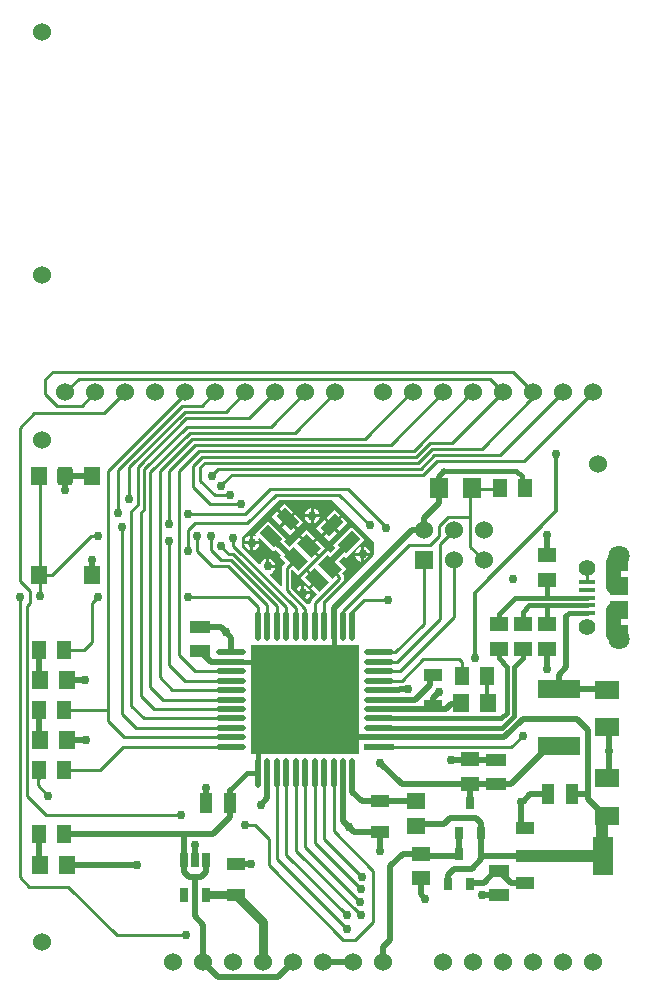
<source format=gtl>
G04*
G04 #@! TF.GenerationSoftware,Altium Limited,Altium Designer,18.1.7 (191)*
G04*
G04 Layer_Physical_Order=1*
G04 Layer_Color=255*
%FSLAX25Y25*%
%MOIN*%
G70*
G01*
G75*
%ADD14C,0.01000*%
%ADD50R,0.04724X0.05906*%
%ADD51R,0.05512X0.05906*%
%ADD52R,0.04000X0.06693*%
G04:AMPARAMS|DCode=53|XSize=66.93mil|YSize=45.28mil|CornerRadius=0mil|HoleSize=0mil|Usage=FLASHONLY|Rotation=315.000|XOffset=0mil|YOffset=0mil|HoleType=Round|Shape=Rectangle|*
%AMROTATEDRECTD53*
4,1,4,-0.03967,0.00766,-0.00766,0.03967,0.03967,-0.00766,0.00766,-0.03967,-0.03967,0.00766,0.0*
%
%ADD53ROTATEDRECTD53*%

%ADD54O,0.02126X0.09843*%
%ADD55O,0.09843X0.02126*%
%ADD56R,0.09843X0.02126*%
%ADD57R,0.05512X0.06299*%
G04:AMPARAMS|DCode=58|XSize=62.99mil|YSize=55.12mil|CornerRadius=13.78mil|HoleSize=0mil|Usage=FLASHONLY|Rotation=90.000|XOffset=0mil|YOffset=0mil|HoleType=Round|Shape=RoundedRectangle|*
%AMROUNDEDRECTD58*
21,1,0.06299,0.02756,0,0,90.0*
21,1,0.03543,0.05512,0,0,90.0*
1,1,0.02756,0.01378,0.01772*
1,1,0.02756,0.01378,-0.01772*
1,1,0.02756,-0.01378,-0.01772*
1,1,0.02756,-0.01378,0.01772*
%
%ADD58ROUNDEDRECTD58*%
%ADD59R,0.06693X0.04000*%
G04:AMPARAMS|DCode=60|XSize=40mil|YSize=66.93mil|CornerRadius=0mil|HoleSize=0mil|Usage=FLASHONLY|Rotation=315.000|XOffset=0mil|YOffset=0mil|HoleType=Round|Shape=Rectangle|*
%AMROTATEDRECTD60*
4,1,4,-0.03781,-0.00952,0.00952,0.03781,0.03781,0.00952,-0.00952,-0.03781,-0.03781,-0.00952,0.0*
%
%ADD60ROTATEDRECTD60*%

G04:AMPARAMS|DCode=61|XSize=40mil|YSize=66.93mil|CornerRadius=0mil|HoleSize=0mil|Usage=FLASHONLY|Rotation=225.000|XOffset=0mil|YOffset=0mil|HoleType=Round|Shape=Rectangle|*
%AMROTATEDRECTD61*
4,1,4,-0.00952,0.03781,0.03781,-0.00952,0.00952,-0.03781,-0.03781,0.00952,-0.00952,0.03781,0.0*
%
%ADD61ROTATEDRECTD61*%

%ADD62R,0.07874X0.05906*%
%ADD63R,0.06299X0.04331*%
%ADD64R,0.05906X0.04724*%
%ADD65R,0.06299X0.07087*%
%ADD66R,0.05906X0.05236*%
%ADD67R,0.05906X0.04724*%
%ADD68R,0.02953X0.04331*%
%ADD69R,0.06693X0.12598*%
%ADD70R,0.05906X0.03937*%
%ADD71R,0.02756X0.04724*%
%ADD72R,0.02559X0.04724*%
%ADD73R,0.14173X0.05906*%
%ADD74R,0.05315X0.01300*%
%ADD75R,0.06102X0.05906*%
%ADD76C,0.05000*%
%ADD77C,0.02000*%
%ADD78C,0.01600*%
%ADD79C,0.04000*%
%ADD80C,0.01500*%
%ADD81C,0.01200*%
%ADD82C,0.03000*%
%ADD83C,0.02500*%
%ADD84C,0.01800*%
%ADD85C,0.06000*%
%ADD86R,0.06000X0.06000*%
%ADD87C,0.05543*%
%ADD88C,0.07087*%
%ADD89C,0.03000*%
G36*
X121431Y78416D02*
X85231D01*
Y78716D01*
Y114616D01*
X121431D01*
Y78416D01*
D02*
G37*
G36*
X112231Y163116D02*
X126231Y149116D01*
X126231Y144816D01*
X125405Y143991D01*
X124945Y144237D01*
X124980Y144416D01*
X123031D01*
Y142466D01*
X123210Y142502D01*
X123456Y142041D01*
X110330Y128915D01*
X109618Y128915D01*
X109426Y129377D01*
X115812Y135763D01*
X116144Y136259D01*
X116260Y136844D01*
Y137444D01*
X116144Y138029D01*
X115812Y138526D01*
X115617Y138721D01*
X116994Y140097D01*
X114523Y142568D01*
X116278Y144322D01*
X116907Y143693D01*
X123054Y149839D01*
X118811Y154082D01*
X112664Y147935D01*
X113394Y147206D01*
X111640Y145452D01*
X110847Y146244D01*
X106231Y141629D01*
X104438Y139836D01*
X107512Y136762D01*
X107158Y136409D01*
X107512Y136055D01*
X105204Y133747D01*
X107337Y131614D01*
X105449Y129726D01*
X105118Y129229D01*
X105055Y128915D01*
X103496Y128915D01*
X103263Y129196D01*
X103431Y129699D01*
X103479Y129708D01*
X104306Y130261D01*
X104859Y131088D01*
X104953Y131563D01*
X102504D01*
Y132063D01*
X102004D01*
Y134513D01*
X101528Y134418D01*
X100701Y133866D01*
X100149Y133039D01*
X100107Y132826D01*
X99628Y132681D01*
X98660Y133649D01*
Y139584D01*
X99072Y139879D01*
X100964Y137987D01*
X105418Y142441D01*
X107373Y144396D01*
X104299Y147469D01*
X101226Y150543D01*
X99272Y148588D01*
X98157Y147474D01*
X96346Y149284D01*
X96997Y149935D01*
X90850Y156082D01*
X86608Y151839D01*
X87015Y151432D01*
X86696Y151044D01*
X86506Y151171D01*
X86031Y151265D01*
Y149316D01*
X87980D01*
X87886Y149791D01*
X87759Y149981D01*
X88147Y150300D01*
X92754Y145693D01*
X93462Y146400D01*
X95273Y144590D01*
X94817Y144134D01*
X96809Y142142D01*
X96049Y141382D01*
X95718Y140886D01*
X95601Y140301D01*
Y134698D01*
X95139Y134507D01*
X91608Y138038D01*
X91753Y138517D01*
X91851Y138536D01*
X92678Y139089D01*
X93231Y139916D01*
X93325Y140391D01*
X90876D01*
Y140891D01*
X90376D01*
Y143341D01*
X89900Y143246D01*
X89073Y142694D01*
X88521Y141867D01*
X88501Y141769D01*
X88023Y141623D01*
X82131Y147516D01*
Y150516D01*
X94731Y163116D01*
X112231Y163116D01*
D02*
G37*
%LPC*%
G36*
X106231Y160265D02*
Y158316D01*
X108180D01*
X108086Y158791D01*
X107533Y159618D01*
X106706Y160171D01*
X106231Y160265D01*
D02*
G37*
G36*
X105231D02*
X104755Y160171D01*
X103928Y159618D01*
X103376Y158791D01*
X103281Y158316D01*
X105231D01*
Y160265D01*
D02*
G37*
G36*
X96507Y161739D02*
X94739Y159971D01*
X97459Y157251D01*
X99227Y159019D01*
X96507Y161739D01*
D02*
G37*
G36*
X108180Y157316D02*
X106231D01*
Y155366D01*
X106706Y155461D01*
X107533Y156013D01*
X108086Y156840D01*
X108180Y157316D01*
D02*
G37*
G36*
X105231D02*
X103281D01*
X103376Y156840D01*
X103928Y156013D01*
X104755Y155461D01*
X105231Y155366D01*
Y157316D01*
D02*
G37*
G36*
X113154Y159739D02*
X110434Y157019D01*
X112202Y155251D01*
X114922Y157971D01*
X113154Y159739D01*
D02*
G37*
G36*
X94032Y159264D02*
X92264Y157496D01*
X94984Y154776D01*
X96752Y156544D01*
X94032Y159264D01*
D02*
G37*
G36*
X99934Y158312D02*
X98166Y156544D01*
X100886Y153824D01*
X102654Y155592D01*
X99934Y158312D01*
D02*
G37*
G36*
X115629Y157264D02*
X112909Y154544D01*
X114677Y152776D01*
X117397Y155496D01*
X115629Y157264D01*
D02*
G37*
G36*
X109727Y156312D02*
X107008Y153592D01*
X108775Y151824D01*
X111495Y154544D01*
X109727Y156312D01*
D02*
G37*
G36*
X97459Y155837D02*
X95691Y154069D01*
X98411Y151349D01*
X100179Y153117D01*
X97459Y155837D01*
D02*
G37*
G36*
X112202Y153837D02*
X109482Y151117D01*
X111250Y149349D01*
X113970Y152069D01*
X112202Y153837D01*
D02*
G37*
G36*
X85031Y151265D02*
X84555Y151171D01*
X83728Y150618D01*
X83176Y149791D01*
X83081Y149316D01*
X85031D01*
Y151265D01*
D02*
G37*
G36*
X103887Y153204D02*
X101933Y151250D01*
X104653Y148530D01*
X106607Y150484D01*
X103887Y153204D01*
D02*
G37*
G36*
X87980Y148316D02*
X86031D01*
Y146366D01*
X86506Y146461D01*
X87333Y147013D01*
X87886Y147840D01*
X87980Y148316D01*
D02*
G37*
G36*
X85031D02*
X83081D01*
X83176Y147840D01*
X83728Y147013D01*
X84555Y146461D01*
X85031Y146366D01*
Y148316D01*
D02*
G37*
G36*
X123031Y147365D02*
Y145416D01*
X124980D01*
X124886Y145891D01*
X124333Y146718D01*
X123506Y147271D01*
X123031Y147365D01*
D02*
G37*
G36*
X122031D02*
X121555Y147271D01*
X120728Y146718D01*
X120176Y145891D01*
X120081Y145416D01*
X122031D01*
Y147365D01*
D02*
G37*
G36*
X107314Y149777D02*
X105360Y147823D01*
X108080Y145103D01*
X110034Y147057D01*
X107314Y149777D01*
D02*
G37*
G36*
X122031Y144416D02*
X120081D01*
X120176Y143940D01*
X120728Y143113D01*
X121555Y142561D01*
X122031Y142466D01*
Y144416D01*
D02*
G37*
G36*
X91376Y143341D02*
Y141391D01*
X93325D01*
X93231Y141867D01*
X92678Y142694D01*
X91851Y143246D01*
X91376Y143341D01*
D02*
G37*
G36*
X103731Y139129D02*
X101777Y137174D01*
X104497Y134455D01*
X106451Y136409D01*
X103731Y139129D01*
D02*
G37*
G36*
X103004Y134513D02*
Y132563D01*
X104953D01*
X104859Y133039D01*
X104306Y133866D01*
X103479Y134418D01*
X103004Y134513D01*
D02*
G37*
%LPD*%
D14*
X99431Y133566D02*
X101718Y131278D01*
X101708Y131267D02*
X103959Y129016D01*
X15197Y71016D02*
Y73016D01*
X36244Y191929D02*
X43331Y199016D01*
X12944Y191929D02*
X36244D01*
X8131Y187116D02*
X12944Y191929D01*
X111612Y140562D02*
Y141541D01*
X79331Y147816D02*
Y150516D01*
X57131Y155116D02*
X57831Y155816D01*
X139697Y62634D02*
X140331Y62000D01*
X158331Y166816D02*
X167097D01*
X15072Y140161D02*
Y173271D01*
X14431Y138061D02*
X14831Y137661D01*
X14431Y138061D02*
X15831Y139461D01*
X67331Y146016D02*
Y151016D01*
X197301Y140317D02*
X197399Y140219D01*
Y135593D02*
Y140219D01*
X155697Y103016D02*
Y104516D01*
X32031Y151016D02*
X34431D01*
X19076Y138061D02*
X32031Y151016D01*
X14572Y138061D02*
X19076D01*
X114731Y164816D02*
X124931Y154616D01*
X93531Y164816D02*
X114731D01*
X84031Y155316D02*
X93531Y164816D01*
X66531Y155316D02*
X84031D01*
X64131Y152916D02*
X66531Y155316D01*
X64131Y145916D02*
Y152916D01*
X32231Y128816D02*
X34131Y130716D01*
X42233Y91813D02*
Y154016D01*
X37631Y93016D02*
Y172816D01*
X23465Y73016D02*
X34831D01*
X42583Y80768D01*
X164831Y203516D02*
X169331Y199016D01*
X27831Y203516D02*
X164831D01*
X19131Y205616D02*
X172731D01*
X23331Y199016D02*
X27831Y203516D01*
X16731Y203216D02*
X19131Y205616D01*
X172731D02*
X179331Y199016D01*
X48530Y125018D02*
X48532Y125016D01*
X54829Y125018D02*
X54831Y125016D01*
X51682Y100865D02*
Y172367D01*
X45383Y94464D02*
Y159368D01*
X54831Y103915D02*
Y125016D01*
X48532Y97714D02*
Y125016D01*
X57981Y108165D02*
Y149365D01*
X61131Y111487D02*
Y124816D01*
X40831Y158766D02*
Y173016D01*
X40531Y17916D02*
X63631D01*
X24293Y34154D02*
X40531Y17916D01*
X8131Y136116D02*
X11531Y132716D01*
Y128773D02*
Y132716D01*
X8131Y136116D02*
Y187116D01*
X10531Y127773D02*
X11531Y128773D01*
X10531Y64316D02*
Y127773D01*
Y64316D02*
X16831Y58016D01*
X64331Y130716D02*
X84131D01*
X14831Y130916D02*
Y137661D01*
X91631Y166816D02*
X117673D01*
X130331Y154158D01*
Y153873D02*
Y154158D01*
X78831Y171516D02*
X142766D01*
X74331Y173516D02*
X141938D01*
X69831Y175516D02*
X141109D01*
X68831Y177516D02*
X140281D01*
X67831Y179516D02*
X139453D01*
X158331Y157516D02*
Y166816D01*
X167097D02*
X167297Y167016D01*
X66487Y181516D02*
X131831D01*
X123260Y183516D02*
X138760Y199016D01*
X139331D01*
X65659Y183516D02*
X123260D01*
X131831Y181516D02*
X149331Y199016D01*
X139453Y179516D02*
X158952Y199016D01*
X159331D01*
X76431Y169116D02*
X78831Y171516D01*
X64831Y185516D02*
X99835D01*
X113331Y199012D01*
X63816Y187516D02*
X91831D01*
X103331Y199016D01*
X63159Y192516D02*
X76831D01*
X83331Y199016D01*
X135487Y102815D02*
X142688Y110016D01*
X127937Y102815D02*
X135487D01*
X134780Y105965D02*
X152831Y124016D01*
X127937Y105965D02*
X134780D01*
X133929Y109114D02*
X148331Y123516D01*
X127937Y109114D02*
X133929D01*
X133279Y112264D02*
X142831Y121816D01*
X127937Y112264D02*
X133279D01*
X37631Y89316D02*
Y93016D01*
X101718Y131278D02*
X102504Y132063D01*
X101708Y131267D02*
X101718Y131278D01*
X68831Y194516D02*
X73331Y199016D01*
X97131Y140301D02*
X99788Y142958D01*
X106531Y128644D02*
X114731Y136844D01*
X106531Y128187D02*
Y128644D01*
X106498Y128155D02*
X106531Y128187D01*
X106498Y128012D02*
Y128155D01*
X103959Y129016D02*
X104531D01*
X28831Y194516D02*
X33331Y199016D01*
X63332Y102815D02*
X78724D01*
X57981Y108165D02*
X63332Y102815D01*
X59081Y99665D02*
X78724D01*
X54831Y103915D02*
X59081Y99665D01*
X56031Y96516D02*
X78724D01*
X51682Y100865D02*
X56031Y96516D01*
X52880Y93366D02*
X78724D01*
X48532Y97714D02*
X52880Y93366D01*
X49630Y90216D02*
X78724D01*
X45383Y94464D02*
X49630Y90216D01*
X46979Y87067D02*
X78724D01*
X42233Y91813D02*
X46979Y87067D01*
X43029Y83917D02*
X78724D01*
X37631Y89316D02*
X43029Y83917D01*
X23465Y93016D02*
X37631D01*
X48530Y148659D02*
Y151817D01*
Y148659D02*
X48531Y148658D01*
Y146173D02*
Y148658D01*
X48530Y146172D02*
X48531Y146173D01*
X48530Y125018D02*
Y146172D01*
X75331Y167816D02*
X76431Y168916D01*
X113331Y199012D02*
Y199016D01*
X179331Y197212D02*
Y199016D01*
X32231Y115716D02*
Y128816D01*
X29531Y113016D02*
X32231Y115716D01*
X23465Y113016D02*
X29531D01*
X119079Y125864D02*
X122831Y129616D01*
X130931D01*
X114731Y136844D02*
Y137444D01*
X109630Y128915D02*
X125631Y144916D01*
X109630Y121122D02*
Y128915D01*
X111612Y140562D02*
X114731Y137444D01*
X110612Y142541D02*
X111612Y141541D01*
X103331Y121122D02*
Y126816D01*
X97131Y133016D02*
X103331Y126816D01*
X97131Y133016D02*
Y140301D01*
X100181Y121122D02*
Y126965D01*
X79331Y147816D02*
X100181Y126965D01*
X97031Y121122D02*
Y127287D01*
X93882Y121122D02*
Y127608D01*
X78474Y143016D02*
X93882Y127608D01*
X90732Y121122D02*
Y127929D01*
X84131Y130716D02*
X87583Y127264D01*
Y121122D02*
Y127264D01*
X148331Y148516D02*
X152831Y153016D01*
X119079Y121122D02*
Y125864D01*
X109630Y49988D02*
X122231Y37387D01*
Y37216D02*
Y37387D01*
X106480Y48683D02*
X121955Y33209D01*
X61131Y111487D02*
X66653Y105965D01*
X42583Y80768D02*
X78724D01*
X66653Y105965D02*
X78724D01*
X106480Y48683D02*
Y71909D01*
X109630Y49988D02*
Y71909D01*
X103331Y47378D02*
Y71909D01*
Y47378D02*
X121712Y28997D01*
X106480Y121122D02*
Y128029D01*
X112779Y52567D02*
Y71909D01*
X16731Y198416D02*
Y203216D01*
Y198416D02*
X20631Y194516D01*
X28831D01*
X142831Y121816D02*
Y143016D01*
X148331Y123516D02*
Y148516D01*
X152831Y124016D02*
Y143016D01*
X127937Y80768D02*
X172083D01*
X175831Y84516D01*
X158331Y147516D02*
X162831Y143016D01*
X147831Y151016D02*
Y154516D01*
X150831Y157516D01*
X158331D01*
Y147516D02*
Y157516D01*
X115929Y121122D02*
Y126114D01*
X144831Y148016D02*
X147831Y151016D01*
X137831Y148016D02*
X144831D01*
X115929Y126114D02*
X137831Y148016D01*
X48530Y151817D02*
X48531Y151817D01*
Y158816D01*
X49679Y159965D01*
X73131Y164716D02*
X78431D01*
X71681Y161666D02*
X81781D01*
X72131Y171016D02*
Y171316D01*
X74331Y173516D01*
X76431Y168916D02*
Y169116D01*
X37631Y172816D02*
X63331Y198516D01*
Y199016D01*
X40831Y173016D02*
X62331Y194516D01*
X68831D01*
X44531Y163516D02*
Y173887D01*
X63159Y192516D01*
X47531Y161516D02*
Y174059D01*
X49679Y159965D02*
Y173379D01*
X63816Y187516D01*
X51682Y172367D02*
X64831Y185516D01*
X54829Y125018D02*
Y172686D01*
X65659Y183516D01*
X57831Y155816D02*
Y172859D01*
X66487Y181516D01*
X61128Y124816D02*
Y172813D01*
X67831Y179516D01*
X65831Y167516D02*
X71681Y161666D01*
X65831Y167516D02*
Y174516D01*
X68831Y177516D01*
X68331Y169516D02*
X73131Y164716D01*
X68331Y169516D02*
Y174016D01*
X69831Y175516D01*
X71831Y150916D02*
Y151016D01*
X75331Y147516D02*
X77831Y145016D01*
X79302D01*
X97031Y127287D01*
X71831Y146516D02*
Y150916D01*
Y146516D02*
X75331Y143016D01*
X78474D01*
X77645Y141016D02*
X90732Y127929D01*
X72331Y141016D02*
X77645D01*
X67331Y146016D02*
X72331Y141016D01*
X64231Y158516D02*
X83331D01*
X91631Y166816D01*
X45383Y159368D02*
X47531Y161516D01*
X115831Y16516D02*
X119831D01*
X125831Y22516D01*
Y39516D01*
X112779Y52567D02*
X125831Y39516D01*
X14331Y70150D02*
X15197Y71016D01*
X14331Y67882D02*
Y70150D01*
Y67882D02*
X17764Y64449D01*
X47531Y174059D02*
X63687Y190216D01*
X84531D01*
X93331Y199016D01*
X127937Y90216D02*
X128138Y90016D01*
X127937Y87067D02*
X127988Y87016D01*
X142766Y171516D02*
X147266Y176016D01*
X176331D01*
X199331Y199016D01*
X141938Y173516D02*
X146438Y178016D01*
X168331D01*
X189331Y199016D01*
X141109Y175516D02*
X145609Y180016D01*
X162135D01*
X179331Y197212D01*
X140281Y177516D02*
X144781Y182016D01*
X152331D01*
X169331Y199016D01*
X16831Y58016D02*
X61831D01*
X83431Y54616D02*
X86631D01*
X100181Y71909D02*
X100331Y71760D01*
Y46136D02*
Y71760D01*
Y46136D02*
X121891Y24576D01*
X97031Y44769D02*
X117258Y24543D01*
X97031Y44769D02*
Y71909D01*
X93882Y43465D02*
Y71909D01*
Y43465D02*
X117331Y20016D01*
X86631Y54616D02*
X91131Y50116D01*
Y41216D02*
X115831Y16516D01*
X91131Y41216D02*
Y50116D01*
X14665Y41831D02*
X14961Y41535D01*
X8231Y37242D02*
Y130816D01*
Y37242D02*
X11319Y34154D01*
X24293D01*
X142688Y110016D02*
X154731D01*
X155697Y109050D01*
Y104516D02*
Y109050D01*
D50*
X14665Y51870D02*
D03*
X22933D02*
D03*
X22874Y73016D02*
D03*
X14606D02*
D03*
X22874Y93016D02*
D03*
X14606D02*
D03*
X22874Y113016D02*
D03*
X14606D02*
D03*
X155697Y104516D02*
D03*
X163965D02*
D03*
X168297Y167016D02*
D03*
X176565D02*
D03*
D51*
X23858Y83016D02*
D03*
X14803D02*
D03*
X23858Y103016D02*
D03*
X14803D02*
D03*
X155303Y95516D02*
D03*
X164358D02*
D03*
X24016Y41535D02*
D03*
X14961D02*
D03*
D52*
X78331Y62016D02*
D03*
X70331D02*
D03*
X192231Y65016D02*
D03*
X184231D02*
D03*
D53*
X104653Y147823D02*
D03*
X107158Y136409D02*
D03*
X100198Y143368D02*
D03*
X111612Y140863D02*
D03*
D54*
X119079Y71909D02*
D03*
X115929D02*
D03*
X112779D02*
D03*
X109630D02*
D03*
X106480D02*
D03*
X103331D02*
D03*
X100181D02*
D03*
X97031D02*
D03*
X93882D02*
D03*
X90732D02*
D03*
X87583D02*
D03*
Y121122D02*
D03*
X90732D02*
D03*
X93882D02*
D03*
X97031D02*
D03*
X100181D02*
D03*
X103331D02*
D03*
X106480D02*
D03*
X109630D02*
D03*
X112779D02*
D03*
X115929D02*
D03*
X119079D02*
D03*
D55*
X78724Y80768D02*
D03*
Y83917D02*
D03*
Y87067D02*
D03*
Y90216D02*
D03*
Y93366D02*
D03*
Y96516D02*
D03*
Y99665D02*
D03*
Y102815D02*
D03*
Y105965D02*
D03*
Y109114D02*
D03*
Y112264D02*
D03*
X127937D02*
D03*
Y109114D02*
D03*
Y105965D02*
D03*
Y102815D02*
D03*
Y99665D02*
D03*
Y96516D02*
D03*
Y93366D02*
D03*
Y83917D02*
D03*
Y90216D02*
D03*
Y87067D02*
D03*
D56*
Y80768D02*
D03*
D57*
X14572Y171171D02*
D03*
X32289D02*
D03*
Y138061D02*
D03*
X14572D02*
D03*
D58*
X23431Y171171D02*
D03*
D59*
X167031Y68216D02*
D03*
Y76216D02*
D03*
X167831Y39516D02*
D03*
Y31516D02*
D03*
X68231Y112716D02*
D03*
Y120716D02*
D03*
D60*
X117859Y148887D02*
D03*
X112202Y154544D02*
D03*
D61*
X91802Y150887D02*
D03*
X97459Y156544D02*
D03*
D62*
X203831Y87217D02*
D03*
Y99815D02*
D03*
Y70315D02*
D03*
Y57717D02*
D03*
D63*
X128331Y62634D02*
D03*
Y52398D02*
D03*
X145831Y104634D02*
D03*
Y94398D02*
D03*
X80331Y31398D02*
D03*
Y41634D02*
D03*
D64*
X183831Y113382D02*
D03*
Y121650D02*
D03*
Y144650D02*
D03*
Y136382D02*
D03*
D65*
X147919Y167116D02*
D03*
X158942D02*
D03*
D66*
X140331Y54244D02*
D03*
Y62787D02*
D03*
D67*
X141831Y45150D02*
D03*
Y36882D02*
D03*
X158331Y68382D02*
D03*
Y76650D02*
D03*
X167831Y121650D02*
D03*
Y113382D02*
D03*
X175831Y121650D02*
D03*
Y113382D02*
D03*
D68*
X150850Y35094D02*
D03*
X158331D02*
D03*
X154590Y44937D02*
D03*
Y52095D02*
D03*
X162071D02*
D03*
X158331Y61937D02*
D03*
D69*
X202520Y44516D02*
D03*
D70*
X176535Y35461D02*
D03*
Y44516D02*
D03*
Y53571D02*
D03*
D71*
X70371Y31509D02*
D03*
X62890D02*
D03*
D72*
Y43123D02*
D03*
X66631D02*
D03*
X70371D02*
D03*
D73*
X187831Y99965D02*
D03*
Y81067D02*
D03*
D74*
X197399Y125357D02*
D03*
Y127916D02*
D03*
Y130475D02*
D03*
Y133034D02*
D03*
Y135593D02*
D03*
D75*
X207931Y126538D02*
D03*
Y134412D02*
D03*
Y118467D02*
D03*
Y142483D02*
D03*
D76*
X205962Y134412D02*
Y142483D01*
Y118467D02*
Y126538D01*
D77*
X151831Y95016D02*
X155697D01*
X145831Y97063D02*
X145878D01*
X128024Y93398D02*
X150213D01*
X182531Y64916D02*
X184131Y66516D01*
X175231Y55466D02*
X176831Y53866D01*
X23565Y103116D02*
X29931D01*
X24016Y41437D02*
X47146D01*
X192131Y65116D02*
X197331D01*
X140331Y55032D02*
X149646D01*
X184382Y80567D02*
X187831D01*
X158331Y68216D02*
X167031D01*
X135631D02*
X158331D01*
X14697Y103016D02*
Y113016D01*
X166402Y39016D02*
X168436D01*
X158331Y35488D02*
X162875D01*
X14697Y83016D02*
Y93016D01*
X93241Y149505D02*
X99788Y142958D01*
X142465Y44516D02*
X154590D01*
X70331Y62016D02*
Y66903D01*
X62831Y51772D02*
X72687D01*
X23465D02*
X62831D01*
X62890Y51712D01*
Y43123D02*
Y51712D01*
X80331Y41634D02*
X85218D01*
X66631Y37335D02*
X68536D01*
X64725D02*
X66631D01*
Y24216D02*
Y37335D01*
Y24216D02*
X69331Y21516D01*
Y9016D02*
Y21516D01*
X70371Y39169D02*
Y43123D01*
X62890Y39169D02*
X64725Y37335D01*
X68536D02*
X70371Y39169D01*
X72687Y51772D02*
X78331Y57416D01*
Y62016D01*
X23431Y166258D02*
Y171171D01*
X32289Y138061D02*
Y142974D01*
X66631Y43123D02*
Y48010D01*
X178331Y64916D02*
X182531D01*
X175931Y62516D02*
X178331Y64916D01*
X175231Y55466D02*
Y62516D01*
X175931D01*
X127937Y99665D02*
X134480D01*
X134831Y100016D01*
X137531D01*
X144831Y101541D02*
Y103634D01*
X139805Y96516D02*
X144831Y101541D01*
X147919Y170804D02*
X149731Y172616D01*
X142831Y157116D02*
X147919Y162204D01*
X142831Y153016D02*
Y157116D01*
X88631Y61516D02*
X90732Y63617D01*
Y71909D01*
X127937Y96516D02*
X139805D01*
X68231Y120716D02*
X75131D01*
X197531Y63316D02*
X202531Y58316D01*
X117032Y83917D02*
X127937D01*
X78724Y112264D02*
Y117122D01*
X68231Y112716D02*
X71832Y109114D01*
X78724D01*
X23431Y171171D02*
X32289D01*
X117831Y54016D02*
X119449Y52398D01*
X115929Y55917D02*
X117831Y54016D01*
X204631Y70615D02*
Y79216D01*
X204331Y70315D02*
X204631Y70615D01*
X151631Y57016D02*
X160331D01*
X149646Y55032D02*
X151631Y57016D01*
X131695Y40880D02*
X135965Y45150D01*
X119449Y52398D02*
X128331D01*
X115929Y55917D02*
Y71909D01*
X176508Y35488D02*
X176535Y35461D01*
X162071Y43256D02*
Y44516D01*
X176535D01*
X141831Y45150D02*
X142465Y44516D01*
X150850Y36488D02*
Y38035D01*
X135965Y45150D02*
X141831D01*
X160331Y57016D02*
X162071Y55276D01*
X158197Y76516D02*
X158331Y76650D01*
X128331Y46016D02*
Y52398D01*
X158765Y76216D02*
X167031D01*
X128331Y62634D02*
X139697D01*
X122213D02*
X128331D01*
X119079Y65768D02*
X122213Y62634D01*
X119079Y65768D02*
Y71909D01*
X111612Y142541D02*
X116259Y147187D01*
X127937Y83917D02*
X169732D01*
X204631Y79216D02*
Y86616D01*
X183831Y144650D02*
Y151256D01*
Y106776D02*
Y113382D01*
X167031Y68216D02*
X172031D01*
X184382Y80567D01*
X151831Y76516D02*
X158197D01*
X128331Y75516D02*
X135631Y68216D01*
X158331Y62043D02*
Y68216D01*
Y68382D01*
X197531Y63316D02*
Y86316D01*
X169732Y83917D02*
X175831Y90016D01*
X193831D01*
X197531Y86316D01*
X112779Y121122D02*
Y126965D01*
X138831Y153016D01*
X142831D01*
X93241Y149505D02*
Y150326D01*
X145878Y97063D02*
X147831Y99016D01*
X147784D02*
X147831D01*
X145831Y97063D02*
X147784Y99016D01*
X127937Y93366D02*
X128024Y93279D01*
X66631Y42729D02*
Y43123D01*
X23465Y83016D02*
X23858D01*
X30231D01*
X75131Y120716D02*
X76831Y119016D01*
X78724Y117122D01*
X150213Y93398D02*
X151831Y95016D01*
X162875Y35488D02*
X166402Y39016D01*
X168436D02*
X171964Y35488D01*
X176508D01*
X154590Y44516D02*
Y44937D01*
Y52095D01*
Y52488D01*
X62890Y39169D02*
Y43123D01*
X78331Y62016D02*
Y66316D01*
X162071Y44516D02*
Y52095D01*
Y55276D01*
X147919Y162204D02*
Y167116D01*
Y170804D01*
X145831Y93898D02*
Y94398D01*
Y97063D01*
X69331Y9016D02*
X74331Y4016D01*
X94331D01*
X99331Y9016D01*
X109331D02*
X119331D01*
X129331D02*
Y14016D01*
X131695Y16380D01*
Y40880D01*
X150850Y38035D02*
X152831Y40016D01*
X158831D01*
X162071Y43256D01*
X141831Y31616D02*
Y36882D01*
Y31616D02*
X143431Y30016D01*
X14665Y41831D02*
Y51870D01*
X190231Y107216D02*
Y124216D01*
X187831Y104816D02*
X190231Y107216D01*
X187831Y99965D02*
Y104816D01*
Y99965D02*
X203681D01*
X203831Y99815D01*
X162331Y31216D02*
X167531D01*
X167831Y31516D01*
D78*
X175531Y167016D02*
Y170916D01*
X149731Y172816D02*
X173631D01*
X175531Y170916D01*
X191372Y125357D02*
X197399D01*
X190231Y124216D02*
X191372Y125357D01*
D79*
X202126Y44516D02*
Y56012D01*
X203831Y57717D01*
X176535Y44516D02*
X202126D01*
D80*
X183831Y130516D02*
X197399D01*
X183831Y127957D02*
X197399D01*
X183831Y130516D02*
Y136382D01*
X177972Y127957D02*
X183831D01*
X175831Y125816D02*
X177972Y127957D01*
X175831Y121650D02*
Y125816D01*
X167831Y125016D02*
X173331Y130516D01*
X167831Y121650D02*
Y125016D01*
X173331Y130516D02*
X183831D01*
Y121650D02*
Y127957D01*
X127937Y87067D02*
X168993D01*
X173081Y91155D01*
X167831Y110270D02*
X170581Y107520D01*
Y92190D02*
Y107520D01*
X167831Y110270D02*
Y113382D01*
X173081Y91155D02*
Y107520D01*
X175831Y110270D01*
Y113382D01*
X127937Y90216D02*
X168607D01*
X170581Y92190D01*
D81*
X163965Y95016D02*
Y103016D01*
X159831Y132016D02*
X187031Y159216D01*
Y178216D01*
X159831Y110516D02*
Y132016D01*
X195332Y135691D02*
X195431Y135593D01*
D82*
X89331Y9016D02*
Y22398D01*
X80331Y31398D02*
X89331Y22398D01*
X80220Y31509D02*
X80331Y31398D01*
D83*
X70371Y31509D02*
X80220D01*
D84*
X87583Y71909D02*
Y79674D01*
X87332Y79924D02*
X87583Y79674D01*
X112779Y112067D02*
X113331Y111516D01*
X78331Y66316D02*
X83924Y71909D01*
X87332Y79924D02*
X87631Y80222D01*
X83924Y71909D02*
X87583D01*
X112779Y112067D02*
Y121122D01*
X78724Y109114D02*
X87331D01*
D85*
X15748Y238189D02*
D03*
Y318898D02*
D03*
X200787Y175197D02*
D03*
X15748Y183071D02*
D03*
Y15748D02*
D03*
X129331Y9016D02*
D03*
X119331D02*
D03*
X109331D02*
D03*
X99331D02*
D03*
X89331D02*
D03*
X79331D02*
D03*
X69331D02*
D03*
X59331D02*
D03*
X129331Y199016D02*
D03*
X139331D02*
D03*
X149331D02*
D03*
X159331D02*
D03*
X169331D02*
D03*
X179331D02*
D03*
X189331D02*
D03*
X199331D02*
D03*
X113331D02*
D03*
X103331D02*
D03*
X93331D02*
D03*
X83331D02*
D03*
X73331D02*
D03*
X63331D02*
D03*
X53331D02*
D03*
X43331D02*
D03*
X33331D02*
D03*
X23331D02*
D03*
X149331Y9016D02*
D03*
X159331D02*
D03*
X169331D02*
D03*
X179331D02*
D03*
X189331D02*
D03*
X199331D02*
D03*
X142831Y153016D02*
D03*
X152831Y143016D02*
D03*
Y153016D02*
D03*
X162831Y143016D02*
D03*
Y153016D02*
D03*
D86*
X142831Y143016D02*
D03*
D87*
X197301Y120632D02*
D03*
Y140317D02*
D03*
D88*
X207931Y116695D02*
D03*
Y144254D02*
D03*
D89*
X70331Y66903D02*
D03*
X85218Y41634D02*
D03*
X34431Y151016D02*
D03*
X124931Y154616D02*
D03*
X64131Y145916D02*
D03*
X23431Y166258D02*
D03*
X32289Y142974D02*
D03*
X34131Y130716D02*
D03*
X64331D02*
D03*
X42233Y154016D02*
D03*
X57981Y149365D02*
D03*
X40831Y158766D02*
D03*
X8231Y130816D02*
D03*
X14831Y130916D02*
D03*
X175231Y62516D02*
D03*
X90876Y140891D02*
D03*
X130331Y153873D02*
D03*
X66631Y48010D02*
D03*
X187031Y178216D02*
D03*
X88631Y61516D02*
D03*
X137531Y100016D02*
D03*
X76831Y119016D02*
D03*
X128331Y75516D02*
D03*
X102504Y132063D02*
D03*
X204631Y79216D02*
D03*
X44531Y163516D02*
D03*
X81781Y161666D02*
D03*
X57831Y155116D02*
D03*
X72131Y171016D02*
D03*
X75331Y167816D02*
D03*
X78431Y164716D02*
D03*
X79131Y150516D02*
D03*
X75231Y147716D02*
D03*
X71831Y150916D02*
D03*
X67231D02*
D03*
X130931Y129616D02*
D03*
X122531Y144916D02*
D03*
X85531Y148816D02*
D03*
X30231Y83016D02*
D03*
X29931Y103116D02*
D03*
X105731Y157816D02*
D03*
X122231Y37216D02*
D03*
X121955Y33209D02*
D03*
X117331Y20016D02*
D03*
X121891Y24576D02*
D03*
X121712Y28997D02*
D03*
X117258Y24543D02*
D03*
X151831Y76516D02*
D03*
X117831Y54016D02*
D03*
X128331Y46016D02*
D03*
X183831Y151256D02*
D03*
Y106776D02*
D03*
X175831Y84516D02*
D03*
X159831Y110516D02*
D03*
X64231Y158516D02*
D03*
X17764Y64449D02*
D03*
X147831Y99016D02*
D03*
X61831Y58016D02*
D03*
X83431Y54616D02*
D03*
X63631Y17916D02*
D03*
X143431Y30016D02*
D03*
X47146Y41437D02*
D03*
X172731Y136616D02*
D03*
X162331Y31216D02*
D03*
M02*

</source>
